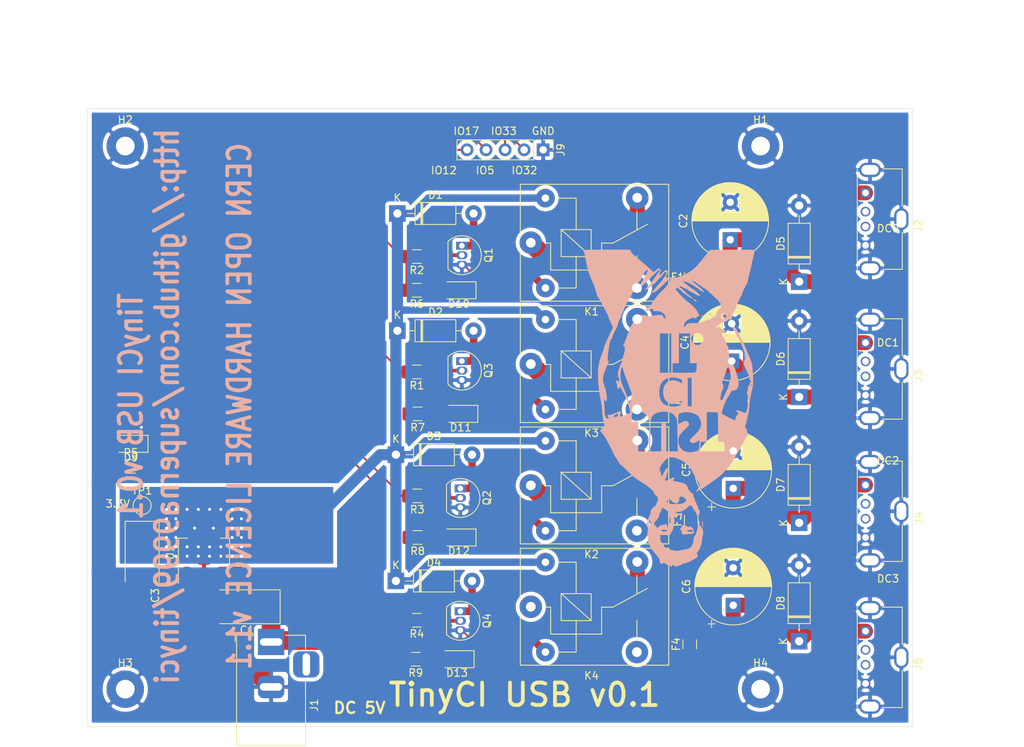
<source format=kicad_pcb>
(kicad_pcb (version 20171130) (host pcbnew 5.1.5+dfsg1-2build2)
  (layers (0 F.Cu signal) (31 B.Cu signal) (34 B.Paste user) (35 F.Paste user) (36 B.SilkS user) (37 F.SilkS user) (38 B.Mask user) (39 F.Mask user) (44 Edge.Cuts user))
  (net 0 "")
  (net 1 GND)
  (net 2 /COIL_1_1)
  (net 3 /COIL_1_2)
  (net 4 /COIL_1_3)
  (net 5 /COIL_1_4)
  (net 6 "Net-(Q1-Pad2)")
  (net 7 "Net-(Q2-Pad2)")
  (net 8 "Net-(Q3-Pad2)")
  (net 9 "Net-(Q4-Pad2)")
  (net 10 "Net-(C2-Pad1)")
  (net 11 "Net-(C4-Pad1)")
  (net 12 "Net-(C5-Pad1)")
  (net 13 "Net-(C6-Pad1)")
  (net 14 +3V3)
  (net 15 /NO_1)
  (net 16 /NO_2)
  (net 17 /NO_3)
  (net 18 /NO_4)
  (net 19 "Net-(K1-Pad3)")
  (net 20 "Net-(K2-Pad3)")
  (net 21 "Net-(K3-Pad3)")
  (net 22 "Net-(K4-Pad3)")
  (net 23 "Net-(D9-Pad2)")
  (net 24 "Net-(D10-Pad2)")
  (net 25 "Net-(D11-Pad2)")
  (net 26 "Net-(D12-Pad2)")
  (net 27 "Net-(D13-Pad2)")
  (net 28 +5V)
  (net 29 "Net-(J2-Pad3)")
  (net 30 "Net-(J2-Pad2)")
  (net 31 "Net-(J3-Pad3)")
  (net 32 "Net-(J3-Pad2)")
  (net 33 "Net-(J4-Pad3)")
  (net 34 "Net-(J4-Pad2)")
  (net 35 "Net-(J5-Pad3)")
  (net 36 "Net-(J5-Pad2)")
  (net 37 /RELAY1)
  (net 38 /RELAY2)
  (net 39 /RELAY3)
  (net 40 /RELAY4)
  (module TinyCI:just-ci-it (layer B.Cu) (at 165 87.5)
    (fp_text reference G*** hide)
    (fp_text value LOGO hide)
  )
  (module Connector_PinHeader_2.54mm:PinHeader_1x05_P2.54mm_Vertical (layer F.Cu) (at 148.25 53 270)
    (fp_text reference J9 (at 0 -2.33 90) (layer F.SilkS))
    (fp_text value Conn_01x04_Male)
    (pad 5 thru_hole oval (at 0 10.16 270) (size 1.7 1.7) (drill 1) (layers *.Cu *.Mask) (net 37 /RELAY1))
    (pad 4 thru_hole oval (at 0 7.62 270) (size 1.7 1.7) (drill 1) (layers *.Cu *.Mask) (net 38 /RELAY2))
    (pad 3 thru_hole oval (at 0 5.08 270) (size 1.7 1.7) (drill 1) (layers *.Cu *.Mask) (net 39 /RELAY3))
    (pad 2 thru_hole oval (at 0 2.54 270) (size 1.7 1.7) (drill 1) (layers *.Cu *.Mask) (net 40 /RELAY4))
    (pad 1 thru_hole rect (at 0 0 270) (size 1.7 1.7) (drill 1) (layers *.Cu *.Mask) (net 1 GND))
  )
  (module Connector_USB:USB_A_Molex_105057_Vertical (layer F.Cu) (at 191.25 117.25 270)
    (fp_text reference J5 (at 4.4 -7.05 90) (layer F.SilkS))
    (fp_text value USB_A)
    (pad 5 thru_hole oval (at 3.5 -4.78) (size 1.9 2.9) (drill oval 1.3 2.3) (layers *.Cu *.Mask) (net 1 GND))
    (pad 5 thru_hole oval (at 10.07 -0.6 270) (size 1.9 2.9) (drill oval 1.3 2.3) (layers *.Cu *.Mask) (net 1 GND))
    (pad 5 thru_hole oval (at -3.07 -0.6 90) (size 1.9 2.9) (drill oval 1.3 2.3) (layers *.Cu *.Mask) (net 1 GND))
    (pad 4 thru_hole circle (at 7 0 270) (size 1.3 1.3) (drill 0.9) (layers *.Cu *.Mask) (net 1 GND))
    (pad 3 thru_hole circle (at 4.5 0 270) (size 1.3 1.3) (drill 0.9) (layers *.Cu *.Mask) (net 35 "Net-(J5-Pad3)"))
    (pad 2 thru_hole circle (at 2.5 0 270) (size 1.3 1.3) (drill 0.9) (layers *.Cu *.Mask) (net 36 "Net-(J5-Pad2)"))
    (pad 1 thru_hole rect (at 0 0 270) (size 1.3 1.3) (drill 0.9) (layers *.Cu *.Mask) (net 13 "Net-(C6-Pad1)"))
  )
  (module Connector_USB:USB_A_Molex_105057_Vertical (layer F.Cu) (at 191.25 97.75 270)
    (fp_text reference J4 (at 4.4 -7.05 90) (layer F.SilkS))
    (fp_text value USB_A)
    (pad 5 thru_hole oval (at 3.5 -4.78) (size 1.9 2.9) (drill oval 1.3 2.3) (layers *.Cu *.Mask) (net 1 GND))
    (pad 5 thru_hole oval (at 10.07 -0.6 270) (size 1.9 2.9) (drill oval 1.3 2.3) (layers *.Cu *.Mask) (net 1 GND))
    (pad 5 thru_hole oval (at -3.07 -0.6 90) (size 1.9 2.9) (drill oval 1.3 2.3) (layers *.Cu *.Mask) (net 1 GND))
    (pad 4 thru_hole circle (at 7 0 270) (size 1.3 1.3) (drill 0.9) (layers *.Cu *.Mask) (net 1 GND))
    (pad 3 thru_hole circle (at 4.5 0 270) (size 1.3 1.3) (drill 0.9) (layers *.Cu *.Mask) (net 33 "Net-(J4-Pad3)"))
    (pad 2 thru_hole circle (at 2.5 0 270) (size 1.3 1.3) (drill 0.9) (layers *.Cu *.Mask) (net 34 "Net-(J4-Pad2)"))
    (pad 1 thru_hole rect (at 0 0 270) (size 1.3 1.3) (drill 0.9) (layers *.Cu *.Mask) (net 12 "Net-(C5-Pad1)"))
  )
  (module Connector_USB:USB_A_Molex_105057_Vertical (layer F.Cu) (at 191.25 78.75 270)
    (fp_text reference J3 (at 4.4 -7.05 90) (layer F.SilkS))
    (fp_text value USB_A)
    (pad 5 thru_hole oval (at 3.5 -4.78) (size 1.9 2.9) (drill oval 1.3 2.3) (layers *.Cu *.Mask) (net 1 GND))
    (pad 5 thru_hole oval (at 10.07 -0.6 270) (size 1.9 2.9) (drill oval 1.3 2.3) (layers *.Cu *.Mask) (net 1 GND))
    (pad 5 thru_hole oval (at -3.07 -0.6 90) (size 1.9 2.9) (drill oval 1.3 2.3) (layers *.Cu *.Mask) (net 1 GND))
    (pad 4 thru_hole circle (at 7 0 270) (size 1.3 1.3) (drill 0.9) (layers *.Cu *.Mask) (net 1 GND))
    (pad 3 thru_hole circle (at 4.5 0 270) (size 1.3 1.3) (drill 0.9) (layers *.Cu *.Mask) (net 31 "Net-(J3-Pad3)"))
    (pad 2 thru_hole circle (at 2.5 0 270) (size 1.3 1.3) (drill 0.9) (layers *.Cu *.Mask) (net 32 "Net-(J3-Pad2)"))
    (pad 1 thru_hole rect (at 0 0 270) (size 1.3 1.3) (drill 0.9) (layers *.Cu *.Mask) (net 11 "Net-(C4-Pad1)"))
  )
  (module Connector_USB:USB_A_Molex_105057_Vertical (layer F.Cu) (at 191.25 58.75 270)
    (fp_text reference J2 (at 4.4 -7.05 90) (layer F.SilkS))
    (fp_text value USB_A)
    (pad 5 thru_hole oval (at 3.5 -4.78) (size 1.9 2.9) (drill oval 1.3 2.3) (layers *.Cu *.Mask) (net 1 GND))
    (pad 5 thru_hole oval (at 10.07 -0.6 270) (size 1.9 2.9) (drill oval 1.3 2.3) (layers *.Cu *.Mask) (net 1 GND))
    (pad 5 thru_hole oval (at -3.07 -0.6 90) (size 1.9 2.9) (drill oval 1.3 2.3) (layers *.Cu *.Mask) (net 1 GND))
    (pad 4 thru_hole circle (at 7 0 270) (size 1.3 1.3) (drill 0.9) (layers *.Cu *.Mask) (net 1 GND))
    (pad 3 thru_hole circle (at 4.5 0 270) (size 1.3 1.3) (drill 0.9) (layers *.Cu *.Mask) (net 29 "Net-(J2-Pad3)"))
    (pad 2 thru_hole circle (at 2.5 0 270) (size 1.3 1.3) (drill 0.9) (layers *.Cu *.Mask) (net 30 "Net-(J2-Pad2)"))
    (pad 1 thru_hole rect (at 0 0 270) (size 1.3 1.3) (drill 0.9) (layers *.Cu *.Mask) (net 10 "Net-(C2-Pad1)"))
  )
  (module Resistor_SMD:R_1206_3216Metric (layer F.Cu) (at 131.25 121 180)
    (fp_text reference R9 (at 0 -1.82) (layer F.SilkS))
    (fp_text value 220R)
    (pad 2 smd roundrect (at 1.4 0 180) (size 1.25 1.75) (layers F.Cu F.Paste F.Mask) (roundrect_rratio 0.2) (net 40 /RELAY4))
    (pad 1 smd roundrect (at -1.4 0 180) (size 1.25 1.75) (layers F.Cu F.Paste F.Mask) (roundrect_rratio 0.2) (net 27 "Net-(D13-Pad2)"))
  )
  (module Resistor_SMD:R_1206_3216Metric (layer F.Cu) (at 131.5 104.75 180)
    (fp_text reference R8 (at 0 -1.82) (layer F.SilkS))
    (fp_text value 220R)
    (pad 2 smd roundrect (at 1.4 0 180) (size 1.25 1.75) (layers F.Cu F.Paste F.Mask) (roundrect_rratio 0.2) (net 39 /RELAY3))
    (pad 1 smd roundrect (at -1.4 0 180) (size 1.25 1.75) (layers F.Cu F.Paste F.Mask) (roundrect_rratio 0.2) (net 26 "Net-(D12-Pad2)"))
  )
  (module Resistor_SMD:R_1206_3216Metric (layer F.Cu) (at 131.5 88.25 180)
    (fp_text reference R7 (at 0 -1.82) (layer F.SilkS))
    (fp_text value 220R)
    (pad 2 smd roundrect (at 1.4 0 180) (size 1.25 1.75) (layers F.Cu F.Paste F.Mask) (roundrect_rratio 0.2) (net 38 /RELAY2))
    (pad 1 smd roundrect (at -1.4 0 180) (size 1.25 1.75) (layers F.Cu F.Paste F.Mask) (roundrect_rratio 0.2) (net 25 "Net-(D11-Pad2)"))
  )
  (module Resistor_SMD:R_1206_3216Metric (layer F.Cu) (at 131.4 71.75 180)
    (fp_text reference R6 (at 0 -1.82) (layer F.SilkS))
    (fp_text value 220R)
    (pad 2 smd roundrect (at 1.4 0 180) (size 1.25 1.75) (layers F.Cu F.Paste F.Mask) (roundrect_rratio 0.2) (net 37 /RELAY1))
    (pad 1 smd roundrect (at -1.4 0 180) (size 1.25 1.75) (layers F.Cu F.Paste F.Mask) (roundrect_rratio 0.2) (net 24 "Net-(D10-Pad2)"))
  )
  (module Resistor_SMD:R_1206_3216Metric (layer F.Cu) (at 93.25 95.25)
    (fp_text reference R5 (at 0 -1.82) (layer F.SilkS))
    (fp_text value 220R)
    (pad 2 smd roundrect (at 1.4 0) (size 1.25 1.75) (layers F.Cu F.Paste F.Mask) (roundrect_rratio 0.2) (net 14 +3V3))
    (pad 1 smd roundrect (at -1.4 0) (size 1.25 1.75) (layers F.Cu F.Paste F.Mask) (roundrect_rratio 0.2) (net 23 "Net-(D9-Pad2)"))
  )
  (module LED_SMD:LED_1206_3216Metric (layer F.Cu) (at 136.75 121 180)
    (fp_text reference D13 (at 0 -1.82) (layer F.SilkS))
    (fp_text value LED)
    (pad 2 smd roundrect (at 1.4 0 180) (size 1.25 1.75) (layers F.Cu F.Paste F.Mask) (roundrect_rratio 0.2) (net 27 "Net-(D13-Pad2)"))
    (pad 1 smd roundrect (at -1.4 0 180) (size 1.25 1.75) (layers F.Cu F.Paste F.Mask) (roundrect_rratio 0.2) (net 1 GND))
  )
  (module LED_SMD:LED_1206_3216Metric (layer F.Cu) (at 137 104.75 180)
    (fp_text reference D12 (at 0 -1.82) (layer F.SilkS))
    (fp_text value LED)
    (pad 2 smd roundrect (at 1.4 0 180) (size 1.25 1.75) (layers F.Cu F.Paste F.Mask) (roundrect_rratio 0.2) (net 26 "Net-(D12-Pad2)"))
    (pad 1 smd roundrect (at -1.4 0 180) (size 1.25 1.75) (layers F.Cu F.Paste F.Mask) (roundrect_rratio 0.2) (net 1 GND))
  )
  (module LED_SMD:LED_1206_3216Metric (layer F.Cu) (at 137.25 88.25 180)
    (fp_text reference D11 (at 0 -1.82) (layer F.SilkS))
    (fp_text value LED)
    (pad 2 smd roundrect (at 1.4 0 180) (size 1.25 1.75) (layers F.Cu F.Paste F.Mask) (roundrect_rratio 0.2) (net 25 "Net-(D11-Pad2)"))
    (pad 1 smd roundrect (at -1.4 0 180) (size 1.25 1.75) (layers F.Cu F.Paste F.Mask) (roundrect_rratio 0.2) (net 1 GND))
  )
  (module LED_SMD:LED_1206_3216Metric (layer F.Cu) (at 137 71.75 180)
    (fp_text reference D10 (at 0 -1.82) (layer F.SilkS))
    (fp_text value LED)
    (pad 2 smd roundrect (at 1.4 0 180) (size 1.25 1.75) (layers F.Cu F.Paste F.Mask) (roundrect_rratio 0.2) (net 24 "Net-(D10-Pad2)"))
    (pad 1 smd roundrect (at -1.4 0 180) (size 1.25 1.75) (layers F.Cu F.Paste F.Mask) (roundrect_rratio 0.2) (net 1 GND))
  )
  (module LED_SMD:LED_1206_3216Metric (layer F.Cu) (at 93.25 92.25 180)
    (fp_text reference D9 (at 0 -1.82) (layer F.SilkS))
    (fp_text value LED)
    (pad 2 smd roundrect (at 1.4 0 180) (size 1.25 1.75) (layers F.Cu F.Paste F.Mask) (roundrect_rratio 0.2) (net 23 "Net-(D9-Pad2)"))
    (pad 1 smd roundrect (at -1.4 0 180) (size 1.25 1.75) (layers F.Cu F.Paste F.Mask) (roundrect_rratio 0.2) (net 1 GND))
  )
  (module Package_TO_SOT_SMD:SOT-223-3_TabPin2 (layer F.Cu) (at 103 106.75 90)
    (fp_text reference U1 (at 0 -4.5 90) (layer F.SilkS))
    (fp_text value AMS1117-3.3)
    (pad 1 smd rect (at -3.15 -2.3 90) (size 2 1.5) (layers F.Cu F.Paste F.Mask) (net 1 GND))
    (pad 3 smd rect (at -3.15 2.3 90) (size 2 1.5) (layers F.Cu F.Paste F.Mask) (net 28 +5V))
    (pad 2 smd rect (at -3.15 0 90) (size 2 1.5) (layers F.Cu F.Paste F.Mask) (net 14 +3V3))
    (pad 2 smd rect (at 3.15 0 90) (size 2 3.8) (layers F.Cu F.Paste F.Mask) (net 14 +3V3))
  )
  (module TestPoint:TestPoint_Pad_D2.0mm (layer F.Cu) (at 94.75 100.5)
    (fp_text reference TP1 (at 0 -1.998) (layer F.SilkS))
    (fp_text value TestPoint)
    (pad 1 smd circle (at 0 0) (size 2 2) (layers F.Cu F.Mask) (net 14 +3V3))
  )
  (module MountingHole:MountingHole_2.5mm_Pad (layer F.Cu) (at 177.25 125)
    (fp_text reference H4 (at 0 -3.5) (layer F.SilkS))
    (fp_text value MountingHole_Pad)
    (pad 1 thru_hole circle (at 0 0) (size 5 5) (drill 2.5) (layers *.Cu *.Mask) (net 1 GND))
  )
  (module MountingHole:MountingHole_2.5mm_Pad (layer F.Cu) (at 92.5 125)
    (fp_text reference H3 (at 0 -3.5) (layer F.SilkS))
    (fp_text value MountingHole_Pad)
    (pad 1 thru_hole circle (at 0 0) (size 5 5) (drill 2.5) (layers *.Cu *.Mask) (net 1 GND))
  )
  (module MountingHole:MountingHole_2.5mm_Pad (layer F.Cu) (at 92.5 52.5)
    (fp_text reference H2 (at 0 -3.5) (layer F.SilkS))
    (fp_text value MountingHole_Pad)
    (pad 1 thru_hole circle (at 0 0) (size 5 5) (drill 2.5) (layers *.Cu *.Mask) (net 1 GND))
  )
  (module MountingHole:MountingHole_2.5mm_Pad (layer F.Cu) (at 177.25 52.5)
    (fp_text reference H1 (at 0 -3.5) (layer F.SilkS))
    (fp_text value MountingHole_Pad)
    (pad 1 thru_hole circle (at 0 0) (size 5 5) (drill 2.5) (layers *.Cu *.Mask) (net 1 GND))
  )
  (module Capacitor_Tantalum_SMD:CP_EIA-7343-31_Kemet-D (layer F.Cu) (at 94.75 107 270)
    (fp_text reference C3 (at 5.5 -1.75 90) (layer F.SilkS))
    (fp_text value 10uF)
    (pad 2 smd roundrect (at 3.1125 0 270) (size 2.075 2.55) (layers F.Cu F.Paste F.Mask) (roundrect_rratio 0.120482) (net 1 GND))
    (pad 1 smd roundrect (at -3.1125 0 270) (size 2.075 2.55) (layers F.Cu F.Paste F.Mask) (roundrect_rratio 0.120482) (net 14 +3V3))
  )
  (module Capacitor_Tantalum_SMD:CP_EIA-7343-31_Kemet-D (layer F.Cu) (at 108.75 114 180)
    (fp_text reference C1 (at 0 -3.1) (layer F.SilkS))
    (fp_text value 10uF)
    (pad 2 smd roundrect (at 3.1125 0 180) (size 2.075 2.55) (layers F.Cu F.Paste F.Mask) (roundrect_rratio 0.120482) (net 1 GND))
    (pad 1 smd roundrect (at -3.1125 0 180) (size 2.075 2.55) (layers F.Cu F.Paste F.Mask) (roundrect_rratio 0.120482) (net 28 +5V))
  )
  (module Package_TO_SOT_THT:TO-92_Inline (layer F.Cu) (at 137.2 114.6 270)
    (fp_text reference Q4 (at 1.27 -3.56 90) (layer F.SilkS))
    (fp_text value BC337)
    (pad 1 thru_hole rect (at 0 0 270) (size 1.05 1.5) (drill 0.75) (layers *.Cu *.Mask) (net 5 /COIL_1_4))
    (pad 3 thru_hole oval (at 2.54 0 270) (size 1.05 1.5) (drill 0.75) (layers *.Cu *.Mask) (net 1 GND))
    (pad 2 thru_hole oval (at 1.27 0 270) (size 1.05 1.5) (drill 0.75) (layers *.Cu *.Mask) (net 9 "Net-(Q4-Pad2)"))
  )
  (module Package_TO_SOT_THT:TO-92_Inline (layer F.Cu) (at 137.4 81.2 270)
    (fp_text reference Q3 (at 1.27 -3.56 90) (layer F.SilkS))
    (fp_text value BC337)
    (pad 1 thru_hole rect (at 0 0 270) (size 1.05 1.5) (drill 0.75) (layers *.Cu *.Mask) (net 3 /COIL_1_2))
    (pad 3 thru_hole oval (at 2.54 0 270) (size 1.05 1.5) (drill 0.75) (layers *.Cu *.Mask) (net 1 GND))
    (pad 2 thru_hole oval (at 1.27 0 270) (size 1.05 1.5) (drill 0.75) (layers *.Cu *.Mask) (net 8 "Net-(Q3-Pad2)"))
  )
  (module Package_TO_SOT_THT:TO-92_Inline (layer F.Cu) (at 137.2 98.2 270)
    (fp_text reference Q2 (at 1.27 -3.56 90) (layer F.SilkS))
    (fp_text value BC337)
    (pad 1 thru_hole rect (at 0 0 270) (size 1.05 1.5) (drill 0.75) (layers *.Cu *.Mask) (net 4 /COIL_1_3))
    (pad 3 thru_hole oval (at 2.54 0 270) (size 1.05 1.5) (drill 0.75) (layers *.Cu *.Mask) (net 1 GND))
    (pad 2 thru_hole oval (at 1.27 0 270) (size 1.05 1.5) (drill 0.75) (layers *.Cu *.Mask) (net 7 "Net-(Q2-Pad2)"))
  )
  (module Package_TO_SOT_THT:TO-92_Inline (layer F.Cu) (at 137.4 65.8 270)
    (fp_text reference Q1 (at 1.27 -3.56 90) (layer F.SilkS))
    (fp_text value BC337)
    (pad 1 thru_hole rect (at 0 0 270) (size 1.05 1.5) (drill 0.75) (layers *.Cu *.Mask) (net 2 /COIL_1_1))
    (pad 3 thru_hole oval (at 2.54 0 270) (size 1.05 1.5) (drill 0.75) (layers *.Cu *.Mask) (net 1 GND))
    (pad 2 thru_hole oval (at 1.27 0 270) (size 1.05 1.5) (drill 0.75) (layers *.Cu *.Mask) (net 6 "Net-(Q1-Pad2)"))
  )
  (module Relay_THT:Relay_SPDT_SANYOU_SRD_Series_Form_C (layer F.Cu) (at 146.6 114)
    (fp_text reference K4 (at 8.1 9.2) (layer F.SilkS))
    (fp_text value SANYOU_SRD_Form_C)
    (pad 1 thru_hole circle (at 0 0 90) (size 3 3) (drill 1.3) (layers *.Cu *.Mask) (net 28 +5V))
    (pad 5 thru_hole circle (at 1.95 -5.95 90) (size 2.5 2.5) (drill 1) (layers *.Cu *.Mask) (net 14 +3V3))
    (pad 4 thru_hole circle (at 14.2 -6 90) (size 3 3) (drill 1.3) (layers *.Cu *.Mask) (net 18 /NO_4))
    (pad 3 thru_hole circle (at 14.15 6.05 90) (size 3 3) (drill 1.3) (layers *.Cu *.Mask) (net 22 "Net-(K4-Pad3)"))
    (pad 2 thru_hole circle (at 1.95 6.05 90) (size 2.5 2.5) (drill 1) (layers *.Cu *.Mask) (net 5 /COIL_1_4))
  )
  (module Relay_THT:Relay_SPDT_SANYOU_SRD_Series_Form_C (layer F.Cu) (at 146.6 81.6)
    (fp_text reference K3 (at 8.1 9.2) (layer F.SilkS))
    (fp_text value SANYOU_SRD_Form_C)
    (pad 1 thru_hole circle (at 0 0 90) (size 3 3) (drill 1.3) (layers *.Cu *.Mask) (net 28 +5V))
    (pad 5 thru_hole circle (at 1.95 -5.95 90) (size 2.5 2.5) (drill 1) (layers *.Cu *.Mask) (net 14 +3V3))
    (pad 4 thru_hole circle (at 14.2 -6 90) (size 3 3) (drill 1.3) (layers *.Cu *.Mask) (net 16 /NO_2))
    (pad 3 thru_hole circle (at 14.15 6.05 90) (size 3 3) (drill 1.3) (layers *.Cu *.Mask) (net 21 "Net-(K3-Pad3)"))
    (pad 2 thru_hole circle (at 1.95 6.05 90) (size 2.5 2.5) (drill 1) (layers *.Cu *.Mask) (net 3 /COIL_1_2))
  )
  (module Relay_THT:Relay_SPDT_SANYOU_SRD_Series_Form_C (layer F.Cu) (at 146.6 97.8)
    (fp_text reference K2 (at 8.1 9.2) (layer F.SilkS))
    (fp_text value SANYOU_SRD_Form_C)
    (pad 1 thru_hole circle (at 0 0 90) (size 3 3) (drill 1.3) (layers *.Cu *.Mask) (net 28 +5V))
    (pad 5 thru_hole circle (at 1.95 -5.95 90) (size 2.5 2.5) (drill 1) (layers *.Cu *.Mask) (net 14 +3V3))
    (pad 4 thru_hole circle (at 14.2 -6 90) (size 3 3) (drill 1.3) (layers *.Cu *.Mask) (net 17 /NO_3))
    (pad 3 thru_hole circle (at 14.15 6.05 90) (size 3 3) (drill 1.3) (layers *.Cu *.Mask) (net 20 "Net-(K2-Pad3)"))
    (pad 2 thru_hole circle (at 1.95 6.05 90) (size 2.5 2.5) (drill 1) (layers *.Cu *.Mask) (net 4 /COIL_1_3))
  )
  (module Relay_THT:Relay_SPDT_SANYOU_SRD_Series_Form_C (layer F.Cu) (at 146.6 65.4)
    (fp_text reference K1 (at 8.1 9.2) (layer F.SilkS))
    (fp_text value SANYOU_SRD_Form_C)
    (pad 1 thru_hole circle (at 0 0 90) (size 3 3) (drill 1.3) (layers *.Cu *.Mask) (net 28 +5V))
    (pad 5 thru_hole circle (at 1.95 -5.95 90) (size 2.5 2.5) (drill 1) (layers *.Cu *.Mask) (net 14 +3V3))
    (pad 4 thru_hole circle (at 14.2 -6 90) (size 3 3) (drill 1.3) (layers *.Cu *.Mask) (net 15 /NO_1))
    (pad 3 thru_hole circle (at 14.15 6.05 90) (size 3 3) (drill 1.3) (layers *.Cu *.Mask) (net 19 "Net-(K1-Pad3)"))
    (pad 2 thru_hole circle (at 1.95 6.05 90) (size 2.5 2.5) (drill 1) (layers *.Cu *.Mask) (net 2 /COIL_1_1))
  )
  (module Fuse:Fuse_1206_3216Metric (layer F.Cu) (at 167.8 119 90)
    (fp_text reference F4 (at 0 -1.82 90) (layer F.SilkS))
    (fp_text value Polyfuse)
    (pad 2 smd roundrect (at 1.4 0 90) (size 1.25 1.75) (layers F.Cu F.Paste F.Mask) (roundrect_rratio 0.2) (net 18 /NO_4))
    (pad 1 smd roundrect (at -1.4 0 90) (size 1.25 1.75) (layers F.Cu F.Paste F.Mask) (roundrect_rratio 0.2) (net 13 "Net-(C6-Pad1)"))
  )
  (module Fuse:Fuse_1206_3216Metric (layer F.Cu) (at 168 102.4 90)
    (fp_text reference F3 (at 0 -1.82 90) (layer F.SilkS))
    (fp_text value Polyfuse)
    (pad 2 smd roundrect (at 1.4 0 90) (size 1.25 1.75) (layers F.Cu F.Paste F.Mask) (roundrect_rratio 0.2) (net 17 /NO_3))
    (pad 1 smd roundrect (at -1.4 0 90) (size 1.25 1.75) (layers F.Cu F.Paste F.Mask) (roundrect_rratio 0.2) (net 12 "Net-(C5-Pad1)"))
  )
  (module Fuse:Fuse_1206_3216Metric (layer F.Cu) (at 167.8 86.4 90)
    (fp_text reference F2 (at 0 -1.82) (layer F.SilkS))
    (fp_text value Polyfuse)
    (pad 2 smd roundrect (at 1.4 0 90) (size 1.25 1.75) (layers F.Cu F.Paste F.Mask) (roundrect_rratio 0.2) (net 16 /NO_2))
    (pad 1 smd roundrect (at -1.4 0 90) (size 1.25 1.75) (layers F.Cu F.Paste F.Mask) (roundrect_rratio 0.2) (net 11 "Net-(C4-Pad1)"))
  )
  (module Fuse:Fuse_1206_3216Metric (layer F.Cu) (at 168 70 90)
    (fp_text reference F1 (at 0 -1.82) (layer F.SilkS))
    (fp_text value Polyfuse)
    (pad 2 smd roundrect (at 1.4 0 90) (size 1.25 1.75) (layers F.Cu F.Paste F.Mask) (roundrect_rratio 0.2) (net 15 /NO_1))
    (pad 1 smd roundrect (at -1.4 0 90) (size 1.25 1.75) (layers F.Cu F.Paste F.Mask) (roundrect_rratio 0.2) (net 10 "Net-(C2-Pad1)"))
  )
  (module Diode_THT:D_DO-41_SOD81_P10.16mm_Horizontal (layer F.Cu) (at 182.4 118.6 90)
    (fp_text reference D8 (at 5.08 -2.47 90) (layer F.SilkS))
    (fp_text value 1N4001)
    (fp_text user K (at 0 -2.1 90) (layer F.SilkS))
    (pad 2 thru_hole oval (at 10.16 0 90) (size 2.2 2.2) (drill 1.1) (layers *.Cu *.Mask) (net 1 GND))
    (pad 1 thru_hole rect (at 0 0 90) (size 2.2 2.2) (drill 1.1) (layers *.Cu *.Mask) (net 13 "Net-(C6-Pad1)"))
  )
  (module Diode_THT:D_DO-41_SOD81_P10.16mm_Horizontal (layer F.Cu) (at 182.4 102.8 90)
    (fp_text reference D7 (at 5.08 -2.47 90) (layer F.SilkS))
    (fp_text value 1N4001)
    (fp_text user K (at 0 -2.1 90) (layer F.SilkS))
    (pad 2 thru_hole oval (at 10.16 0 90) (size 2.2 2.2) (drill 1.1) (layers *.Cu *.Mask) (net 1 GND))
    (pad 1 thru_hole rect (at 0 0 90) (size 2.2 2.2) (drill 1.1) (layers *.Cu *.Mask) (net 12 "Net-(C5-Pad1)"))
  )
  (module Diode_THT:D_DO-41_SOD81_P10.16mm_Horizontal (layer F.Cu) (at 182.4 86 90)
    (fp_text reference D6 (at 5.08 -2.47 90) (layer F.SilkS))
    (fp_text value 1N4001)
    (fp_text user K (at 0 -2.1 90) (layer F.SilkS))
    (pad 2 thru_hole oval (at 10.16 0 90) (size 2.2 2.2) (drill 1.1) (layers *.Cu *.Mask) (net 1 GND))
    (pad 1 thru_hole rect (at 0 0 90) (size 2.2 2.2) (drill 1.1) (layers *.Cu *.Mask) (net 11 "Net-(C4-Pad1)"))
  )
  (module Diode_THT:D_DO-41_SOD81_P10.16mm_Horizontal (layer F.Cu) (at 182.4 70.6 90)
    (fp_text reference D5 (at 5.08 -2.47 90) (layer F.SilkS))
    (fp_text value 1N4001)
    (fp_text user K (at 0 -2.1 90) (layer F.SilkS))
    (pad 2 thru_hole oval (at 10.16 0 90) (size 2.2 2.2) (drill 1.1) (layers *.Cu *.Mask) (net 1 GND))
    (pad 1 thru_hole rect (at 0 0 90) (size 2.2 2.2) (drill 1.1) (layers *.Cu *.Mask) (net 10 "Net-(C2-Pad1)"))
  )
  (module Capacitor_THT:CP_Radial_D10.0mm_P5.00mm (layer F.Cu) (at 173.6 113.8 90)
    (fp_text reference C6 (at 2.5 -6.25 90) (layer F.SilkS))
    (fp_text value 1000uF)
    (pad 2 thru_hole circle (at 5 0 90) (size 2 2) (drill 1) (layers *.Cu *.Mask) (net 1 GND))
    (pad 1 thru_hole rect (at 0 0 90) (size 2 2) (drill 1) (layers *.Cu *.Mask) (net 13 "Net-(C6-Pad1)"))
  )
  (module Capacitor_THT:CP_Radial_D10.0mm_P5.00mm (layer F.Cu) (at 173.6 98.2 90)
    (fp_text reference C5 (at 2.5 -6.25 90) (layer F.SilkS))
    (fp_text value 1000uF)
    (pad 2 thru_hole circle (at 5 0 90) (size 2 2) (drill 1) (layers *.Cu *.Mask) (net 1 GND))
    (pad 1 thru_hole rect (at 0 0 90) (size 2 2) (drill 1) (layers *.Cu *.Mask) (net 12 "Net-(C5-Pad1)"))
  )
  (module Capacitor_THT:CP_Radial_D10.0mm_P5.00mm (layer F.Cu) (at 173.4 81.2 90)
    (fp_text reference C4 (at 2.5 -6.25 90) (layer F.SilkS))
    (fp_text value 1000uF)
    (pad 2 thru_hole circle (at 5 0 90) (size 2 2) (drill 1) (layers *.Cu *.Mask) (net 1 GND))
    (pad 1 thru_hole rect (at 0 0 90) (size 2 2) (drill 1) (layers *.Cu *.Mask) (net 11 "Net-(C4-Pad1)"))
  )
  (module Capacitor_THT:CP_Radial_D10.0mm_P5.00mm (layer F.Cu) (at 173.2 65 90)
    (fp_text reference C2 (at 2.5 -6.25 90) (layer F.SilkS))
    (fp_text value 1000uF)
    (pad 2 thru_hole circle (at 5 0 90) (size 2 2) (drill 1) (layers *.Cu *.Mask) (net 1 GND))
    (pad 1 thru_hole rect (at 0 0 90) (size 2 2) (drill 1) (layers *.Cu *.Mask) (net 10 "Net-(C2-Pad1)"))
  )
  (module Resistor_SMD:R_1206_3216Metric (layer F.Cu) (at 131.4 115.8 180)
    (fp_text reference R4 (at 0 -1.82) (layer F.SilkS))
    (fp_text value 1K)
    (pad 2 smd roundrect (at 1.4 0 180) (size 1.25 1.75) (layers F.Cu F.Paste F.Mask) (roundrect_rratio 0.2) (net 40 /RELAY4))
    (pad 1 smd roundrect (at -1.4 0 180) (size 1.25 1.75) (layers F.Cu F.Paste F.Mask) (roundrect_rratio 0.2) (net 9 "Net-(Q4-Pad2)"))
  )
  (module Resistor_SMD:R_1206_3216Metric (layer F.Cu) (at 131.45 99.2 180)
    (fp_text reference R3 (at 0 -1.82) (layer F.SilkS))
    (fp_text value 1K)
    (pad 2 smd roundrect (at 1.4 0 180) (size 1.25 1.75) (layers F.Cu F.Paste F.Mask) (roundrect_rratio 0.2) (net 39 /RELAY3))
    (pad 1 smd roundrect (at -1.4 0 180) (size 1.25 1.75) (layers F.Cu F.Paste F.Mask) (roundrect_rratio 0.2) (net 7 "Net-(Q2-Pad2)"))
  )
  (module Resistor_SMD:R_1206_3216Metric (layer F.Cu) (at 131.4 67.25 180)
    (fp_text reference R2 (at 0 -1.82) (layer F.SilkS))
    (fp_text value 1K)
    (pad 2 smd roundrect (at 1.4 0 180) (size 1.25 1.75) (layers F.Cu F.Paste F.Mask) (roundrect_rratio 0.2) (net 37 /RELAY1))
    (pad 1 smd roundrect (at -1.4 0 180) (size 1.25 1.75) (layers F.Cu F.Paste F.Mask) (roundrect_rratio 0.2) (net 6 "Net-(Q1-Pad2)"))
  )
  (module Resistor_SMD:R_1206_3216Metric (layer F.Cu) (at 131.4 82.65 180)
    (fp_text reference R1 (at 0 -1.82) (layer F.SilkS))
    (fp_text value 1K)
    (pad 2 smd roundrect (at 1.4 0 180) (size 1.25 1.75) (layers F.Cu F.Paste F.Mask) (roundrect_rratio 0.2) (net 38 /RELAY2))
    (pad 1 smd roundrect (at -1.4 0 180) (size 1.25 1.75) (layers F.Cu F.Paste F.Mask) (roundrect_rratio 0.2) (net 8 "Net-(Q3-Pad2)"))
  )
  (module Connector_BarrelJack:BarrelJack_Horizontal (layer F.Cu) (at 111.95 118.7 90)
    (fp_text reference J1 (at -8.45 5.75 90) (layer F.SilkS))
    (fp_text value Jack-DC)
    (pad 3 thru_hole roundrect (at -3 4.7 90) (size 3.5 3.5) (drill oval 3 1) (layers *.Cu *.Mask))
    (pad 2 thru_hole roundrect (at -6 0 90) (size 3 3.5) (drill oval 1 3) (layers *.Cu *.Mask) (net 1 GND))
    (pad 1 thru_hole rect (at 0 0 90) (size 3.5 3.5) (drill oval 1 3) (layers *.Cu *.Mask) (net 28 +5V))
  )
  (module Diode_THT:D_DO-41_SOD81_P10.16mm_Horizontal (layer F.Cu) (at 128.6 110.55)
    (fp_text reference D4 (at 5.08 -2.47) (layer F.SilkS))
    (fp_text value 1N4001)
    (fp_text user K (at 0 -2.1) (layer F.SilkS))
    (pad 2 thru_hole oval (at 10.16 0) (size 2.2 2.2) (drill 1.1) (layers *.Cu *.Mask) (net 5 /COIL_1_4))
    (pad 1 thru_hole rect (at 0 0) (size 2.2 2.2) (drill 1.1) (layers *.Cu *.Mask) (net 14 +3V3))
  )
  (module Diode_THT:D_DO-41_SOD81_P10.16mm_Horizontal (layer F.Cu) (at 128.6 93.7)
    (fp_text reference D3 (at 5.08 -2.47) (layer F.SilkS))
    (fp_text value 1N4001)
    (fp_text user K (at 0 -2.1) (layer F.SilkS))
    (pad 2 thru_hole oval (at 10.16 0) (size 2.2 2.2) (drill 1.1) (layers *.Cu *.Mask) (net 4 /COIL_1_3))
    (pad 1 thru_hole rect (at 0 0) (size 2.2 2.2) (drill 1.1) (layers *.Cu *.Mask) (net 14 +3V3))
  )
  (module Diode_THT:D_DO-41_SOD81_P10.16mm_Horizontal (layer F.Cu) (at 128.8 77.15)
    (fp_text reference D2 (at 5.08 -2.47) (layer F.SilkS))
    (fp_text value 1N4001)
    (fp_text user K (at 0 -2.1) (layer F.SilkS))
    (pad 2 thru_hole oval (at 10.16 0) (size 2.2 2.2) (drill 1.1) (layers *.Cu *.Mask) (net 3 /COIL_1_2))
    (pad 1 thru_hole rect (at 0 0) (size 2.2 2.2) (drill 1.1) (layers *.Cu *.Mask) (net 14 +3V3))
  )
  (module Diode_THT:D_DO-41_SOD81_P10.16mm_Horizontal (layer F.Cu) (at 128.8 61.5)
    (fp_text reference D1 (at 5.08 -2.47) (layer F.SilkS))
    (fp_text value 1N4001)
    (fp_text user K (at 0 -2.1) (layer F.SilkS))
    (pad 2 thru_hole oval (at 10.16 0) (size 2.2 2.2) (drill 1.1) (layers *.Cu *.Mask) (net 2 /COIL_1_1))
    (pad 1 thru_hole rect (at 0 0) (size 2.2 2.2) (drill 1.1) (layers *.Cu *.Mask) (net 14 +3V3))
  )
  (gr_text "TinyCI USB v0.1\nhttp://github.com/superna9999/tinyci\n\nCERN OPEN HARDWARE LICENCE v1.1" (at 100.5 87.25 90) (layer B.SilkS) (effects (font (size 3 2.5) (thickness 0.5)) (justify mirror)))
  (gr_text GND (at 148.25 50.5) (layer F.SilkS) (effects (font (size 1 1))))
  (gr_text IO32 (at 145.75 55.75) (layer F.SilkS) (effects (font (size 1 1))))
  (gr_text IO33 (at 143 50.5) (layer F.SilkS) (effects (font (size 1 1))))
  (gr_text IO5 (at 140.5 55.75) (layer F.SilkS) (effects (font (size 1 1))))
  (gr_text IO17 (at 138 50.5) (layer F.SilkS) (effects (font (size 1 1))))
  (gr_text IO12 (at 135 55.75) (layer F.SilkS) (effects (font (size 1 1))))
  (gr_text 3.3V (at 91.5 100.25) (layer F.SilkS) (effects (font (size 1 1))))
  (gr_text "TinyCI USB v0.1" (at 145.75 125.75) (layer F.SilkS) (effects (font (size 3 3) (thickness 0.5))))
  (gr_text DC3 (at 194.25 110.25) (layer F.SilkS) (effects (font (size 1 1))))
  (gr_text DC2 (at 194.25 94.5) (layer F.SilkS) (effects (font (size 1 1))))
  (gr_text DC1 (at 194.25 78.75) (layer F.SilkS) (effects (font (size 1 1))))
  (gr_text DC0 (at 194.25 63.5) (layer F.SilkS) (effects (font (size 1 1))))
  (gr_text "DC 5V" (at 123.75 127.5) (layer F.SilkS) (effects (font (size 1.5 1.5) (thickness 0.3))))
  (gr_line (start 87.5 47.5) (end 197.5 47.5) (layer Edge.Cuts) (width 0.05))
  (gr_line (start 87.5 130) (end 87.5 47.5) (layer Edge.Cuts) (width 0.05))
  (gr_line (start 197.5 130) (end 87.5 130) (layer Edge.Cuts) (width 0.05))
  (gr_line (start 197.5 47.5) (end 197.5 130) (layer Edge.Cuts) (width 0.05))
  (segment (start 110.2 124.7) (end 111.95 124.7) (width 0.25) (layer F.Cu) (net 1))
  (segment (start 100.4875 110.1125) (end 100.7 109.9) (width 2) (layer F.Cu) (net 1))
  (segment (start 94.75 110.1125) (end 100.4875 110.1125) (width 2) (layer F.Cu) (net 1))
  (segment (start 105.6375 118.3875) (end 105.6375 114) (width 2.5) (layer F.Cu) (net 1))
  (segment (start 111.95 124.7) (end 105.6375 118.3875) (width 2.5) (layer F.Cu) (net 1))
  (segment (start 100.7 113.4) (end 100.7 109.9) (width 2.5) (layer F.Cu) (net 1))
  (segment (start 101.3 114) (end 100.7 113.4) (width 2.5) (layer F.Cu) (net 1))
  (segment (start 105.6375 114) (end 101.3 114) (width 2.5) (layer F.Cu) (net 1))
  (segment (start 137.625 68.34) (end 137.4 68.34) (width 0.25) (layer F.Cu) (net 1))
  (segment (start 138.4 69.115) (end 137.625 68.34) (width 0.25) (layer F.Cu) (net 1))
  (segment (start 138.4 71.75) (end 138.4 69.115) (width 0.25) (layer F.Cu) (net 1))
  (segment (start 138.65 83.99) (end 138.4 83.74) (width 0.25) (layer F.Cu) (net 1))
  (segment (start 138.4 83.74) (end 137.4 83.74) (width 0.25) (layer F.Cu) (net 1))
  (segment (start 138.65 88.25) (end 138.65 83.99) (width 0.25) (layer F.Cu) (net 1))
  (segment (start 138.2 100.74) (end 137.2 100.74) (width 0.25) (layer F.Cu) (net 1))
  (segment (start 138.4 100.94) (end 138.2 100.74) (width 0.25) (layer F.Cu) (net 1))
  (segment (start 138.4 104.75) (end 138.4 100.94) (width 0.25) (layer F.Cu) (net 1))
  (segment (start 137.425 117.14) (end 137.2 117.14) (width 0.25) (layer F.Cu) (net 1))
  (segment (start 138.2 117.915) (end 137.425 117.14) (width 0.25) (layer F.Cu) (net 1))
  (segment (start 138.2 118.04) (end 138.2 117.915) (width 0.25) (layer F.Cu) (net 1))
  (segment (start 138.15 118.09) (end 138.2 118.04) (width 0.25) (layer F.Cu) (net 1))
  (segment (start 138.15 121) (end 138.15 118.09) (width 0.25) (layer F.Cu) (net 1))
  (segment (start 94.85 91.75) (end 94.225 91.75) (width 0.25) (layer F.Cu) (net 1))
  (segment (start 94.65 92.25) (end 94.65 90.05) (width 0.25) (layer F.Cu) (net 1))
  (segment (start 94.65 90.05) (end 94.65 90.05) (width 0.25) (layer F.Cu) (net 1))
  (via (at 94.65 90.05) (size 0.8) (drill 0.4) (layers F.Cu B.Cu) (net 1))
  (segment (start 142.9 65.8) (end 148.55 71.45) (width 1) (layer F.Cu) (net 2))
  (segment (start 137.4 65.8) (end 142.9 65.8) (width 1) (layer F.Cu) (net 2))
  (segment (start 138.65 65.8) (end 137.4 65.8) (width 1) (layer F.Cu) (net 2))
  (segment (start 138.96 65.49) (end 138.65 65.8) (width 1) (layer F.Cu) (net 2))
  (segment (start 138.96 61.5) (end 138.96 65.49) (width 1) (layer F.Cu) (net 2))
  (segment (start 142.1 81.2) (end 148.55 87.65) (width 1) (layer F.Cu) (net 3))
  (segment (start 137.4 81.2) (end 142.1 81.2) (width 1) (layer F.Cu) (net 3))
  (segment (start 138.96 80.89) (end 138.65 81.2) (width 1) (layer F.Cu) (net 3))
  (segment (start 138.65 81.2) (end 137.4 81.2) (width 1) (layer F.Cu) (net 3))
  (segment (start 138.96 77.15) (end 138.96 80.89) (width 1) (layer F.Cu) (net 3))
  (segment (start 142.9 98.2) (end 148.55 103.85) (width 1) (layer F.Cu) (net 4))
  (segment (start 137.2 98.2) (end 142.9 98.2) (width 1) (layer F.Cu) (net 4))
  (segment (start 138.45 98.2) (end 137.2 98.2) (width 1) (layer F.Cu) (net 4))
  (segment (start 138.76 97.89) (end 138.45 98.2) (width 1) (layer F.Cu) (net 4))
  (segment (start 138.76 93.7) (end 138.76 97.89) (width 1) (layer F.Cu) (net 4))
  (segment (start 138.45 114.6) (end 137.2 114.6) (width 1) (layer F.Cu) (net 5))
  (segment (start 138.76 114.29) (end 138.45 114.6) (width 1) (layer F.Cu) (net 5))
  (segment (start 138.76 110.55) (end 138.76 114.29) (width 1) (layer F.Cu) (net 5))
  (segment (start 143.1 114.6) (end 148.55 120.05) (width 1) (layer F.Cu) (net 5))
  (segment (start 137.2 114.6) (end 143.1 114.6) (width 1) (layer F.Cu) (net 5))
  (segment (start 132.98 67.07) (end 132.8 67.25) (width 0.5) (layer F.Cu) (net 6))
  (segment (start 137.4 67.07) (end 132.98 67.07) (width 0.5) (layer F.Cu) (net 6))
  (segment (start 133.12 99.47) (end 132.85 99.2) (width 0.5) (layer F.Cu) (net 7))
  (segment (start 137.2 99.47) (end 133.12 99.47) (width 0.5) (layer F.Cu) (net 7))
  (segment (start 132.98 82.47) (end 132.8 82.65) (width 0.5) (layer F.Cu) (net 8))
  (segment (start 137.4 82.47) (end 132.98 82.47) (width 0.5) (layer F.Cu) (net 8))
  (segment (start 132.87 115.87) (end 132.8 115.8) (width 0.5) (layer F.Cu) (net 9))
  (segment (start 137.2 115.87) (end 132.87 115.87) (width 0.5) (layer F.Cu) (net 9))
  (segment (start 176.8 65) (end 182.4 70.6) (width 2) (layer F.Cu) (net 10))
  (segment (start 173.2 65) (end 176.8 65) (width 2) (layer F.Cu) (net 10))
  (segment (start 173.2 68) (end 173.2 65) (width 2) (layer F.Cu) (net 10))
  (segment (start 169.8 71.4) (end 173.2 68) (width 2) (layer F.Cu) (net 10))
  (segment (start 168 71.4) (end 169.8 71.4) (width 2) (layer F.Cu) (net 10))
  (segment (start 185.5 70.6) (end 187 69.1) (width 2) (layer F.Cu) (net 10))
  (segment (start 182.4 70.6) (end 185.5 70.6) (width 2) (layer F.Cu) (net 10))
  (segment (start 188.6 58.75) (end 191.25 58.75) (width 2) (layer F.Cu) (net 10))
  (segment (start 187 60.35) (end 188.6 58.75) (width 2) (layer F.Cu) (net 10))
  (segment (start 187 69.1) (end 187 60.35) (width 2) (layer F.Cu) (net 10))
  (segment (start 178.2 86) (end 173.4 81.2) (width 2) (layer F.Cu) (net 11))
  (segment (start 182.4 86) (end 178.2 86) (width 2) (layer F.Cu) (net 11))
  (segment (start 173.4 84.2) (end 173.4 81.2) (width 2) (layer F.Cu) (net 11))
  (segment (start 169.8 87.8) (end 173.4 84.2) (width 2) (layer F.Cu) (net 11))
  (segment (start 167.8 87.8) (end 169.8 87.8) (width 2) (layer F.Cu) (net 11))
  (segment (start 185.5 86) (end 187 84.5) (width 2) (layer F.Cu) (net 11))
  (segment (start 182.4 86) (end 185.5 86) (width 2) (layer F.Cu) (net 11))
  (segment (start 188.6 78.75) (end 191.25 78.75) (width 2) (layer F.Cu) (net 11))
  (segment (start 187 80.35) (end 188.6 78.75) (width 2) (layer F.Cu) (net 11))
  (segment (start 187 84.5) (end 187 80.35) (width 2) (layer F.Cu) (net 11))
  (segment (start 177.8 98.2) (end 182.4 102.8) (width 2) (layer F.Cu) (net 12))
  (segment (start 173.6 98.2) (end 177.8 98.2) (width 2) (layer F.Cu) (net 12))
  (segment (start 173.6 101.2) (end 173.6 98.2) (width 2) (layer F.Cu) (net 12))
  (segment (start 171 103.8) (end 173.6 101.2) (width 2) (layer F.Cu) (net 12))
  (segment (start 168 103.8) (end 171 103.8) (width 2) (layer F.Cu) (net 12))
  (segment (start 187.45 97.75) (end 191.25 97.75) (width 2) (layer F.Cu) (net 12))
  (segment (start 182.4 102.8) (end 187.45 97.75) (width 2) (layer F.Cu) (net 12))
  (segment (start 177.6 113.8) (end 182.4 118.6) (width 2) (layer F.Cu) (net 13))
  (segment (start 173.6 113.8) (end 177.6 113.8) (width 2) (layer F.Cu) (net 13))
  (segment (start 173.6 116.8) (end 173.6 113.8) (width 2) (layer F.Cu) (net 13))
  (segment (start 170 120.4) (end 173.6 116.8) (width 2) (layer F.Cu) (net 13))
  (segment (start 167.8 120.4) (end 170 120.4) (width 2) (layer F.Cu) (net 13))
  (segment (start 183.75 117.25) (end 191.25 117.25) (width 2) (layer F.Cu) (net 13))
  (segment (start 182.4 118.6) (end 183.75 117.25) (width 2) (layer F.Cu) (net 13))
  (via (at 104.25 103.5) (size 0.8) (drill 0.4) (layers F.Cu B.Cu) (net 14))
  (via (at 101.75 103.5) (size 0.8) (drill 0.4) (layers F.Cu B.Cu) (net 14))
  (segment (start 128.6 110.55) (end 128.6 93.7) (width 1.5) (layer B.Cu) (net 14))
  (segment (start 128.6 77.35) (end 128.8 77.15) (width 1) (layer B.Cu) (net 14))
  (segment (start 128.6 93.7) (end 128.6 77.35) (width 1.5) (layer B.Cu) (net 14))
  (segment (start 128.8 77.15) (end 128.8 61.5) (width 1.5) (layer B.Cu) (net 14))
  (segment (start 147.300001 74.400001) (end 148.55 75.65) (width 1) (layer B.Cu) (net 14))
  (segment (start 129.449999 74.400001) (end 147.300001 74.400001) (width 1) (layer B.Cu) (net 14))
  (segment (start 128.8 75.05) (end 129.449999 74.400001) (width 1) (layer B.Cu) (net 14))
  (segment (start 128.8 77.15) (end 128.8 75.05) (width 1) (layer B.Cu) (net 14))
  (segment (start 146.782234 59.45) (end 148.55 59.45) (width 1) (layer B.Cu) (net 14))
  (segment (start 132.95 59.45) (end 146.782234 59.45) (width 1) (layer B.Cu) (net 14))
  (segment (start 130.9 61.5) (end 132.95 59.45) (width 1) (layer B.Cu) (net 14))
  (segment (start 128.8 61.5) (end 130.9 61.5) (width 1) (layer B.Cu) (net 14))
  (segment (start 146.782234 91.85) (end 148.55 91.85) (width 1) (layer B.Cu) (net 14))
  (segment (start 132.55 91.85) (end 146.782234 91.85) (width 1) (layer B.Cu) (net 14))
  (segment (start 130.7 93.7) (end 132.55 91.85) (width 1) (layer B.Cu) (net 14))
  (segment (start 128.6 93.7) (end 130.7 93.7) (width 1) (layer B.Cu) (net 14))
  (segment (start 146.782234 108.05) (end 148.55 108.05) (width 1) (layer B.Cu) (net 14))
  (segment (start 130.7 110.55) (end 133.2 108.05) (width 1) (layer B.Cu) (net 14))
  (segment (start 133.2 108.05) (end 146.782234 108.05) (width 1) (layer B.Cu) (net 14))
  (segment (start 128.6 110.55) (end 130.7 110.55) (width 1) (layer B.Cu) (net 14))
  (segment (start 126.5 93.7) (end 118.6 101.6) (width 1.5) (layer B.Cu) (net 14))
  (segment (start 126.5 93.7) (end 128.6 93.7) (width 1.5) (layer B.Cu) (net 14))
  (segment (start 117.85 102.35) (end 117.45 102.75) (width 1) (layer B.Cu) (net 14))
  (segment (start 118.6 101.6) (end 117.85 102.35) (width 1) (layer B.Cu) (net 14))
  (segment (start 94.75 103.8875) (end 94.75 102.85) (width 1.5) (layer F.Cu) (net 14))
  (via (at 108 107.25) (size 0.8) (drill 0.4) (layers F.Cu B.Cu) (net 14))
  (via (at 108 106) (size 0.8) (drill 0.4) (layers F.Cu B.Cu) (net 14))
  (via (at 108 104.75) (size 0.8) (drill 0.4) (layers F.Cu B.Cu) (net 14))
  (via (at 108 103.5) (size 0.8) (drill 0.4) (layers F.Cu B.Cu) (net 14))
  (via (at 108 102.25) (size 0.8) (drill 0.4) (layers F.Cu B.Cu) (net 14))
  (via (at 108 101) (size 0.8) (drill 0.4) (layers F.Cu B.Cu) (net 14))
  (via (at 106.75 107.25) (size 0.8) (drill 0.4) (layers F.Cu B.Cu) (net 14))
  (via (at 106.75 106) (size 0.8) (drill 0.4) (layers F.Cu B.Cu) (net 14))
  (via (at 106.75 104.75) (size 0.8) (drill 0.4) (layers F.Cu B.Cu) (net 14))
  (via (at 106.75 103.5) (size 0.8) (drill 0.4) (layers F.Cu B.Cu) (net 14))
  (via (at 106.75 102.25) (size 0.8) (drill 0.4) (layers F.Cu B.Cu) (net 14))
  (via (at 106.75 101) (size 0.8) (drill 0.4) (layers F.Cu B.Cu) (net 14))
  (via (at 105.25 107.25) (size 0.8) (drill 0.4) (layers F.Cu B.Cu) (net 14))
  (via (at 105.25 106) (size 0.8) (drill 0.4) (layers F.Cu B.Cu) (net 14))
  (via (at 103.75 106) (size 0.8) (drill 0.4) (layers F.Cu B.Cu) (net 14))
  (via (at 103.75 107.25) (size 0.8) (drill 0.4) (layers F.Cu B.Cu) (net 14))
  (via (at 102.25 107.25) (size 0.8) (drill 0.4) (layers F.Cu B.Cu) (net 14))
  (via (at 102.25 106) (size 0.8) (drill 0.4) (layers F.Cu B.Cu) (net 14))
  (via (at 100.75 106) (size 0.8) (drill 0.4) (layers F.Cu B.Cu) (net 14))
  (via (at 100.75 107.25) (size 0.8) (drill 0.4) (layers F.Cu B.Cu) (net 14))
  (via (at 99.25 107.25) (size 0.8) (drill 0.4) (layers F.Cu B.Cu) (net 14))
  (via (at 98 107.25) (size 0.8) (drill 0.4) (layers F.Cu B.Cu) (net 14))
  (via (at 98 106) (size 0.8) (drill 0.4) (layers F.Cu B.Cu) (net 14))
  (via (at 99.25 106) (size 0.8) (drill 0.4) (layers F.Cu B.Cu) (net 14))
  (via (at 99.25 104.75) (size 0.8) (drill 0.4) (layers F.Cu B.Cu) (net 14))
  (via (at 98 104.75) (size 0.8) (drill 0.4) (layers F.Cu B.Cu) (net 14))
  (via (at 98 103.5) (size 0.8) (drill 0.4) (layers F.Cu B.Cu) (net 14))
  (via (at 99.25 103.5) (size 0.8) (drill 0.4) (layers F.Cu B.Cu) (net 14))
  (via (at 99.25 102.25) (size 0.8) (drill 0.4) (layers F.Cu B.Cu) (net 14))
  (via (at 98 102.25) (size 0.8) (drill 0.4) (layers F.Cu B.Cu) (net 14))
  (via (at 98 101) (size 0.8) (drill 0.4) (layers F.Cu B.Cu) (net 14))
  (via (at 99.25 101) (size 0.8) (drill 0.4) (layers F.Cu B.Cu) (net 14))
  (via (at 105.25 101) (size 0.8) (drill 0.4) (layers F.Cu B.Cu) (net 14))
  (via (at 103.75 101) (size 0.8) (drill 0.4) (layers F.Cu B.Cu) (net 14))
  (via (at 102.25 101) (size 0.8) (drill 0.4) (layers F.Cu B.Cu) (net 14))
  (via (at 100.75 101) (size 0.8) (drill 0.4) (layers F.Cu B.Cu) (net 14))
  (segment (start 94.75 103.8875) (end 98.8875 103.8875) (width 1.5) (layer F.Cu) (net 14))
  (segment (start 94.75 103.8875) (end 94.75 100.5) (width 2) (layer F.Cu) (net 14))
  (segment (start 94.75 95.6) (end 94.85 95.5) (width 0.25) (layer F.Cu) (net 14))
  (segment (start 94.75 95.35) (end 94.65 95.25) (width 0.25) (layer F.Cu) (net 14))
  (segment (start 94.75 100.5) (end 94.75 95.35) (width 0.25) (layer F.Cu) (net 14))
  (segment (start 160.8 61.4) (end 168 68.6) (width 2) (layer F.Cu) (net 15))
  (segment (start 160.8 59.4) (end 160.8 61.4) (width 2) (layer F.Cu) (net 15))
  (segment (start 160.8 78) (end 167.8 85) (width 2) (layer F.Cu) (net 16))
  (segment (start 160.8 75.6) (end 160.8 78) (width 2) (layer F.Cu) (net 16))
  (segment (start 160.8 93.8) (end 168 101) (width 2) (layer F.Cu) (net 17))
  (segment (start 160.8 91.8) (end 160.8 93.8) (width 2) (layer F.Cu) (net 17))
  (segment (start 160.8 110.6) (end 167.8 117.6) (width 2) (layer F.Cu) (net 18))
  (segment (start 160.8 108) (end 160.8 110.6) (width 2) (layer F.Cu) (net 18))
  (segment (start 91.85 95.25) (end 91.85 92.25) (width 0.25) (layer F.Cu) (net 23))
  (segment (start 132.8 71.75) (end 135.6 71.75) (width 0.25) (layer F.Cu) (net 24))
  (segment (start 135.85 88.25) (end 132.9 88.25) (width 0.25) (layer F.Cu) (net 25))
  (segment (start 132.9 104.75) (end 135.6 104.75) (width 0.25) (layer F.Cu) (net 26))
  (segment (start 134.725 121) (end 132.65 121) (width 0.25) (layer F.Cu) (net 27))
  (segment (start 135.35 121) (end 134.725 121) (width 0.25) (layer F.Cu) (net 27))
  (segment (start 153 71.8) (end 146.6 65.4) (width 2.5) (layer F.Cu) (net 28))
  (segment (start 149.499999 83.099999) (end 153 86.6) (width 2.5) (layer F.Cu) (net 28))
  (segment (start 148.099999 83.099999) (end 149.499999 83.099999) (width 2.5) (layer F.Cu) (net 28))
  (segment (start 146.6 81.6) (end 148.099999 83.099999) (width 2.5) (layer F.Cu) (net 28))
  (segment (start 153 86.6) (end 153 71.8) (width 2.5) (layer F.Cu) (net 28))
  (segment (start 150.699999 99.299999) (end 153 101.6) (width 2.5) (layer F.Cu) (net 28))
  (segment (start 146.6 97.8) (end 148.099999 99.299999) (width 2.5) (layer F.Cu) (net 28))
  (segment (start 148.099999 99.299999) (end 150.699999 99.299999) (width 2.5) (layer F.Cu) (net 28))
  (segment (start 153 101.6) (end 153 86.6) (width 2.5) (layer F.Cu) (net 28))
  (segment (start 112.25 118.4) (end 111.95 118.7) (width 2) (layer F.Cu) (net 28))
  (segment (start 153 125) (end 153 114) (width 2.5) (layer F.Cu) (net 28))
  (segment (start 152.25 125.75) (end 153 125) (width 2.5) (layer F.Cu) (net 28))
  (segment (start 127.75 125.75) (end 152.25 125.75) (width 2.5) (layer F.Cu) (net 28))
  (segment (start 120.49999 118.49999) (end 127.75 125.75) (width 2.5) (layer F.Cu) (net 28))
  (segment (start 153 114) (end 153 101.6) (width 2.5) (layer F.Cu) (net 28))
  (segment (start 112.15001 118.49999) (end 120.49999 118.49999) (width 2.5) (layer F.Cu) (net 28))
  (segment (start 111.95 118.7) (end 112.15001 118.49999) (width 2.5) (layer F.Cu) (net 28))
  (segment (start 111.95 114.0875) (end 111.8625 114) (width 2.5) (layer F.Cu) (net 28))
  (segment (start 111.95 118.7) (end 111.95 114.0875) (width 2.5) (layer F.Cu) (net 28))
  (segment (start 107.7625 109.9) (end 105.3 109.9) (width 2.5) (layer F.Cu) (net 28))
  (segment (start 111.8625 114) (end 107.7625 109.9) (width 2.5) (layer F.Cu) (net 28))
  (segment (start 130 67.25) (end 130 71.75) (width 0.25) (layer F.Cu) (net 37))
  (segment (start 138.09 53) (end 136.887919 53) (width 0.25) (layer F.Cu) (net 37))
  (segment (start 125.5 58.75) (end 131.25 53) (width 0.25) (layer F.Cu) (net 37))
  (segment (start 131.25 53) (end 138.09 53) (width 0.25) (layer F.Cu) (net 37))
  (segment (start 129.375 67.25) (end 125.5 63.375) (width 0.25) (layer F.Cu) (net 37))
  (segment (start 125.5 63.375) (end 125.5 58.75) (width 0.25) (layer F.Cu) (net 37))
  (segment (start 130 67.25) (end 129.375 67.25) (width 0.25) (layer F.Cu) (net 37))
  (segment (start 130 82.65) (end 130 81.775) (width 0.25) (layer F.Cu) (net 38))
  (segment (start 130.1 82.75) (end 130 82.65) (width 0.25) (layer F.Cu) (net 38))
  (segment (start 130.1 88.25) (end 130.1 82.75) (width 0.25) (layer F.Cu) (net 38))
  (segment (start 140.63 53) (end 138.88 51.25) (width 0.25) (layer F.Cu) (net 38))
  (segment (start 138.88 51.25) (end 131 51.25) (width 0.25) (layer F.Cu) (net 38))
  (segment (start 131 51.25) (end 124.25 58) (width 0.25) (layer F.Cu) (net 38))
  (segment (start 124.25 77.525) (end 129.375 82.65) (width 0.25) (layer F.Cu) (net 38))
  (segment (start 129.375 82.65) (end 130 82.65) (width 0.25) (layer F.Cu) (net 38))
  (segment (start 124.25 58) (end 124.25 77.525) (width 0.25) (layer F.Cu) (net 38))
  (segment (start 130.05 99.2) (end 130.05 98.325) (width 0.25) (layer F.Cu) (net 39))
  (segment (start 130.1 99.25) (end 130.05 99.2) (width 0.25) (layer F.Cu) (net 39))
  (segment (start 130.1 104.75) (end 130.1 99.25) (width 0.25) (layer F.Cu) (net 39))
  (segment (start 122.75 92.525) (end 129.425 99.2) (width 0.25) (layer F.Cu) (net 39))
  (segment (start 129.5 50.25) (end 122.75 57) (width 0.25) (layer F.Cu) (net 39))
  (segment (start 122.75 57) (end 122.75 92.525) (width 0.25) (layer F.Cu) (net 39))
  (segment (start 141.372081 50) (end 129.5 50) (width 0.25) (layer F.Cu) (net 39))
  (segment (start 143.17 51.797919) (end 141.372081 50) (width 0.25) (layer F.Cu) (net 39))
  (segment (start 129.425 99.2) (end 130.05 99.2) (width 0.25) (layer F.Cu) (net 39))
  (segment (start 129.5 50) (end 129.5 50.25) (width 0.25) (layer F.Cu) (net 39))
  (segment (start 143.17 53) (end 143.17 51.797919) (width 0.25) (layer F.Cu) (net 39))
  (segment (start 130 115.8) (end 129.375 115.8) (width 0.25) (layer F.Cu) (net 40))
  (segment (start 129.375 115.8) (end 125.75 112.175) (width 0.25) (layer F.Cu) (net 40))
  (segment (start 129.85 115.95) (end 130 115.8) (width 0.25) (layer F.Cu) (net 40))
  (segment (start 129.85 121) (end 129.85 115.95) (width 0.25) (layer F.Cu) (net 40))
  (segment (start 145.71 53) (end 141.46 48.75) (width 0.25) (layer F.Cu) (net 40))
  (segment (start 141.46 48.75) (end 128.5 48.75) (width 0.25) (layer F.Cu) (net 40))
  (segment (start 128.5 48.75) (end 121.25 56) (width 0.25) (layer F.Cu) (net 40))
  (segment (start 121.25 93) (end 125.75 97.5) (width 0.25) (layer F.Cu) (net 40))
  (segment (start 121.25 56) (end 121.25 93) (width 0.25) (layer F.Cu) (net 40))
  (segment (start 125.75 112.175) (end 125.75 97.5) (width 0.25) (layer F.Cu) (net 40))
  (zone (net 1) (net_name GND) (layer B.Cu) (connect_pads thru_hole_only (clearance 0.508)) (min_thickness 0.254) (fill yes (arc_segments 32) (thermal_gap 0.508) (thermal_bridge_width 0.508))
    (polygon (pts (xy 197.5 130) (xy 87.5 130) (xy 87.5 108.75) (xy 120.75 108.75) (xy 120.75 97.5) (xy 87.5 97.5) (xy 87.5 47.5) (xy 197.5 47.5)))
  )
  (zone (net 14) (net_name +3V3) (layer B.Cu) (connect_pads (clearance 0.508)) (min_thickness 0.254) (fill yes (arc_segments 32) (thermal_gap 0.508) (thermal_bridge_width 0.508))
    (polygon (pts (xy 120.25 108.25) (xy 91.75 108.25) (xy 91.75 98) (xy 120.25 98)))
  )
  (zone (net 14) (net_name +3V3) (layer F.Cu) (connect_pads (clearance 0.508)) (min_thickness 0.254) (fill yes (arc_segments 32) (thermal_gap 0.508) (thermal_bridge_width 0.508))
    (polygon (pts (xy 108.75 108) (xy 103.75 108) (xy 103.75 111) (xy 102.25 111) (xy 102.25 108) (xy 97.25 108) (xy 97.25 100.25) (xy 108.75 100.25)))
  )
  (zone (net 1) (net_name GND) (layer B.Cu) (connect_pads thru_hole_only (clearance 0.508)) (min_thickness 0.254) (fill yes (arc_segments 32) (thermal_gap 0.508) (thermal_bridge_width 0.508))
    (polygon (pts (xy 91.25 109.75) (xy 87.5 109.75) (xy 87.5 96.75) (xy 91.25 96.75)))
  )
)
</source>
